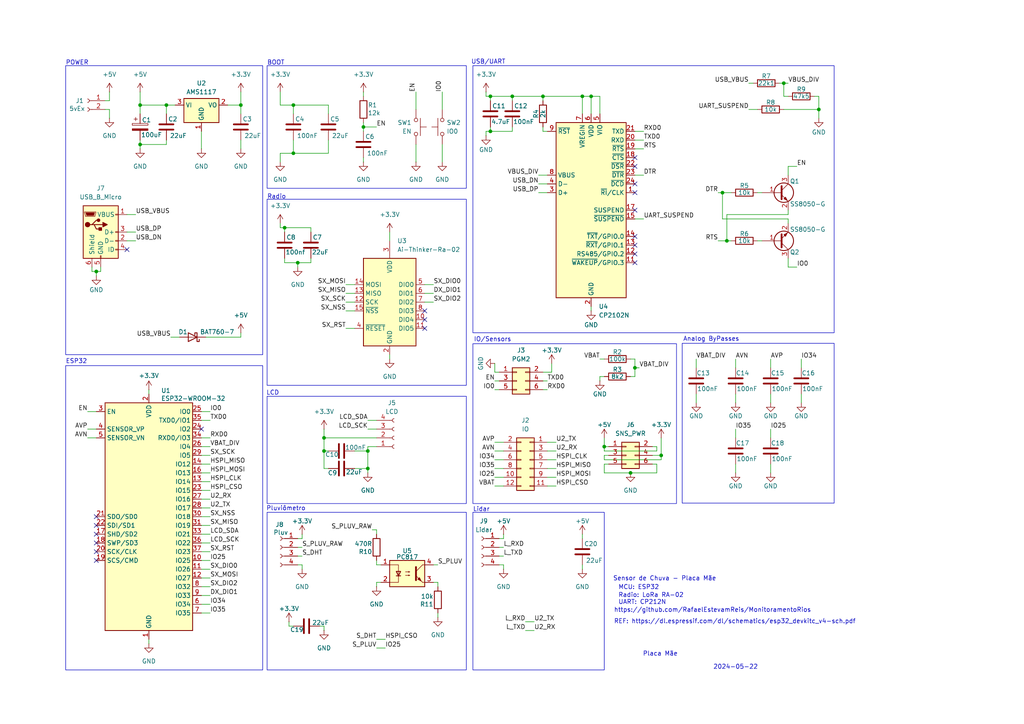
<source format=kicad_sch>
(kicad_sch (version 20231120) (generator "eeschema") (generator_version "8.0")
  (paper "A4")
  (junction (at 69.85 30.48))
  (junction (at 40.64 41.91))
  (junction (at 191.77 132.08))
  (junction (at 175.26 129.54))
  (junction (at 142.24 27.94))
  (junction (at 85.09 30.48))
  (junction (at 209.55 55.88))
  (junction (at 148.59 27.94))
  (junction (at 48.26 30.48))
  (junction (at 93.98 130.81))
  (junction (at 106.68 135.89))
  (junction (at 106.68 130.81))
  (junction (at 237.49 31.75))
  (junction (at 184.15 106.68))
  (junction (at 27.94 78.74))
  (junction (at 182.88 137.16))
  (junction (at 168.91 27.94))
  (junction (at 82.55 66.04))
  (junction (at 105.41 36.83))
  (junction (at 171.45 27.94))
  (junction (at 85.09 44.45))
  (junction (at 157.48 27.94))
  (junction (at 40.64 30.48))
  (junction (at 210.82 69.85))
  (junction (at 93.98 127))
  (junction (at 227.33 24.13))
  (junction (at 142.24 38.1))
  (junction (at 86.36 76.2))
  (no_connect (at 123.19 92.71))
  (no_connect (at 184.15 55.88))
  (no_connect (at 123.19 95.25))
  (no_connect (at 27.94 160.02))
  (no_connect (at 27.94 149.86))
  (no_connect (at 184.15 71.12))
  (no_connect (at 27.94 162.56))
  (no_connect (at 184.15 76.2))
  (no_connect (at 184.15 53.34))
  (no_connect (at 27.94 152.4))
  (no_connect (at 184.15 45.72))
  (no_connect (at 184.15 68.58))
  (no_connect (at 27.94 157.48))
  (no_connect (at 184.15 73.66))
  (no_connect (at 58.42 124.46))
  (no_connect (at 27.94 154.94))
  (no_connect (at 184.15 60.96))
  (no_connect (at 184.15 48.26))
  (no_connect (at 36.83 72.39))
  (no_connect (at 123.19 90.17))
  (wire (pts (xy 81.28 26.67) (xy 81.28 30.48)))
  (wire (pts (xy 127 177.8) (xy 127 179.07)))
  (wire (pts (xy 58.42 147.32) (xy 60.96 147.32)))
  (wire (pts (xy 93.98 130.81) (xy 93.98 127)))
  (wire (pts (xy 58.42 142.24) (xy 60.96 142.24)))
  (wire (pts (xy 106.68 124.46) (xy 109.22 124.46)))
  (wire (pts (xy 66.04 30.48) (xy 69.85 30.48)))
  (wire (pts (xy 100.33 85.09) (xy 102.87 85.09)))
  (wire (pts (xy 184.15 43.18) (xy 186.69 43.18)))
  (wire (pts (xy 106.68 129.54) (xy 109.22 129.54)))
  (wire (pts (xy 48.26 40.64) (xy 48.26 41.91)))
  (wire (pts (xy 123.19 87.63) (xy 125.73 87.63)))
  (wire (pts (xy 93.98 130.81) (xy 95.25 130.81)))
  (wire (pts (xy 175.26 127) (xy 175.26 129.54)))
  (wire (pts (xy 175.26 137.16) (xy 182.88 137.16)))
  (wire (pts (xy 160.02 107.95) (xy 157.48 107.95)))
  (wire (pts (xy 148.59 38.1) (xy 148.59 36.83)))
  (wire (pts (xy 143.51 113.03) (xy 144.78 113.03)))
  (wire (pts (xy 86.36 76.2) (xy 86.36 77.47)))
  (wire (pts (xy 100.33 82.55) (xy 102.87 82.55)))
  (wire (pts (xy 140.97 39.37) (xy 140.97 38.1)))
  (wire (pts (xy 125.73 168.91) (xy 127 168.91)))
  (wire (pts (xy 59.69 97.79) (xy 69.85 97.79)))
  (wire (pts (xy 140.97 38.1) (xy 142.24 38.1)))
  (wire (pts (xy 58.42 119.38) (xy 60.96 119.38)))
  (wire (pts (xy 106.68 130.81) (xy 106.68 129.54)))
  (wire (pts (xy 58.42 172.72) (xy 60.96 172.72)))
  (wire (pts (xy 83.82 181.61) (xy 85.09 181.61)))
  (wire (pts (xy 81.28 46.99) (xy 81.28 44.45)))
  (wire (pts (xy 58.42 139.7) (xy 60.96 139.7)))
  (wire (pts (xy 58.42 175.26) (xy 60.96 175.26)))
  (wire (pts (xy 143.51 128.27) (xy 146.05 128.27)))
  (wire (pts (xy 236.22 27.94) (xy 237.49 27.94)))
  (wire (pts (xy 182.88 137.16) (xy 190.5 137.16)))
  (wire (pts (xy 58.42 167.64) (xy 60.96 167.64)))
  (wire (pts (xy 102.87 135.89) (xy 106.68 135.89)))
  (wire (pts (xy 58.42 152.4) (xy 60.96 152.4)))
  (wire (pts (xy 113.03 102.87) (xy 113.03 104.14)))
  (wire (pts (xy 109.22 168.91) (xy 110.49 168.91)))
  (wire (pts (xy 171.45 27.94) (xy 168.91 27.94)))
  (wire (pts (xy 227.33 24.13) (xy 228.6 24.13)))
  (wire (pts (xy 148.59 27.94) (xy 148.59 29.21)))
  (wire (pts (xy 158.75 133.35) (xy 161.29 133.35)))
  (wire (pts (xy 223.52 114.3) (xy 223.52 116.84)))
  (wire (pts (xy 227.33 31.75) (xy 237.49 31.75)))
  (wire (pts (xy 143.51 105.41) (xy 143.51 107.95)))
  (wire (pts (xy 58.42 149.86) (xy 60.96 149.86)))
  (wire (pts (xy 102.87 130.81) (xy 106.68 130.81)))
  (wire (pts (xy 143.51 138.43) (xy 146.05 138.43)))
  (wire (pts (xy 190.5 130.81) (xy 175.26 130.81)))
  (wire (pts (xy 213.36 134.62) (xy 213.36 137.16)))
  (wire (pts (xy 152.4 180.34) (xy 154.94 180.34)))
  (wire (pts (xy 171.45 33.02) (xy 171.45 27.94)))
  (wire (pts (xy 58.42 38.1) (xy 58.42 43.18)))
  (wire (pts (xy 228.6 64.77) (xy 228.6 63.5)))
  (wire (pts (xy 31.75 29.21) (xy 31.75 26.67)))
  (wire (pts (xy 217.17 31.75) (xy 219.71 31.75)))
  (wire (pts (xy 105.41 45.72) (xy 105.41 46.99)))
  (wire (pts (xy 120.65 41.91) (xy 120.65 46.99)))
  (wire (pts (xy 237.49 31.75) (xy 237.49 34.29)))
  (wire (pts (xy 40.64 26.67) (xy 40.64 30.48)))
  (wire (pts (xy 208.28 69.85) (xy 210.82 69.85)))
  (wire (pts (xy 228.6 48.26) (xy 228.6 50.8)))
  (wire (pts (xy 58.42 154.94) (xy 60.96 154.94)))
  (wire (pts (xy 173.99 27.94) (xy 171.45 27.94)))
  (wire (pts (xy 82.55 66.04) (xy 90.17 66.04)))
  (wire (pts (xy 184.15 50.8) (xy 186.69 50.8)))
  (wire (pts (xy 226.06 24.13) (xy 227.33 24.13)))
  (wire (pts (xy 100.33 90.17) (xy 102.87 90.17)))
  (wire (pts (xy 223.52 134.62) (xy 223.52 137.16)))
  (wire (pts (xy 157.48 113.03) (xy 158.75 113.03)))
  (wire (pts (xy 95.25 30.48) (xy 95.25 33.02)))
  (wire (pts (xy 106.68 135.89) (xy 106.68 130.81)))
  (wire (pts (xy 227.33 24.13) (xy 227.33 27.94)))
  (wire (pts (xy 81.28 44.45) (xy 85.09 44.45)))
  (wire (pts (xy 143.51 110.49) (xy 144.78 110.49)))
  (wire (pts (xy 113.03 67.31) (xy 113.03 69.85)))
  (wire (pts (xy 109.22 170.18) (xy 109.22 168.91)))
  (wire (pts (xy 27.94 78.74) (xy 29.21 78.74)))
  (wire (pts (xy 210.82 62.23) (xy 210.82 69.85)))
  (wire (pts (xy 93.98 182.88) (xy 93.98 181.61)))
  (wire (pts (xy 208.28 55.88) (xy 209.55 55.88)))
  (wire (pts (xy 58.42 157.48) (xy 60.96 157.48)))
  (wire (pts (xy 109.22 185.42) (xy 111.76 185.42)))
  (wire (pts (xy 142.24 27.94) (xy 142.24 29.21)))
  (wire (pts (xy 223.52 104.14) (xy 223.52 106.68)))
  (wire (pts (xy 232.41 104.14) (xy 232.41 106.68)))
  (wire (pts (xy 30.48 29.21) (xy 31.75 29.21)))
  (wire (pts (xy 201.93 114.3) (xy 201.93 116.84)))
  (wire (pts (xy 58.42 137.16) (xy 60.96 137.16)))
  (wire (pts (xy 48.26 30.48) (xy 50.8 30.48)))
  (wire (pts (xy 58.42 134.62) (xy 60.96 134.62)))
  (wire (pts (xy 213.36 124.46) (xy 213.36 127)))
  (wire (pts (xy 109.22 153.67) (xy 109.22 154.94)))
  (wire (pts (xy 168.91 154.94) (xy 168.91 156.21)))
  (wire (pts (xy 106.68 121.92) (xy 109.22 121.92)))
  (wire (pts (xy 87.63 163.83) (xy 87.63 165.1)))
  (wire (pts (xy 85.09 44.45) (xy 95.25 44.45)))
  (wire (pts (xy 105.41 27.94) (xy 105.41 26.67)))
  (wire (pts (xy 43.18 185.42) (xy 43.18 186.69)))
  (wire (pts (xy 175.26 133.35) (xy 191.77 133.35)))
  (wire (pts (xy 175.26 132.08) (xy 175.26 133.35)))
  (wire (pts (xy 109.22 187.96) (xy 111.76 187.96)))
  (wire (pts (xy 69.85 30.48) (xy 69.85 33.02)))
  (wire (pts (xy 176.53 134.62) (xy 175.26 134.62)))
  (wire (pts (xy 175.26 130.81) (xy 175.26 129.54)))
  (wire (pts (xy 95.25 44.45) (xy 95.25 40.64)))
  (wire (pts (xy 69.85 26.67) (xy 69.85 30.48)))
  (wire (pts (xy 109.22 163.83) (xy 109.22 162.56)))
  (wire (pts (xy 182.88 104.14) (xy 184.15 104.14)))
  (wire (pts (xy 123.19 82.55) (xy 125.73 82.55)))
  (wire (pts (xy 105.41 36.83) (xy 109.22 36.83)))
  (wire (pts (xy 148.59 27.94) (xy 157.48 27.94)))
  (wire (pts (xy 85.09 30.48) (xy 95.25 30.48)))
  (wire (pts (xy 85.09 40.64) (xy 85.09 44.45)))
  (wire (pts (xy 157.48 36.83) (xy 157.48 38.1)))
  (wire (pts (xy 175.26 134.62) (xy 175.26 137.16)))
  (wire (pts (xy 142.24 36.83) (xy 142.24 38.1)))
  (wire (pts (xy 93.98 127) (xy 109.22 127)))
  (wire (pts (xy 69.85 97.79) (xy 69.85 96.52)))
  (wire (pts (xy 31.75 31.75) (xy 31.75 34.29)))
  (wire (pts (xy 217.17 24.13) (xy 218.44 24.13)))
  (wire (pts (xy 26.67 78.74) (xy 27.94 78.74)))
  (wire (pts (xy 158.75 135.89) (xy 161.29 135.89)))
  (wire (pts (xy 157.48 38.1) (xy 158.75 38.1)))
  (wire (pts (xy 219.71 55.88) (xy 220.98 55.88)))
  (wire (pts (xy 69.85 40.64) (xy 69.85 43.18)))
  (wire (pts (xy 27.94 78.74) (xy 27.94 80.01)))
  (wire (pts (xy 58.42 177.8) (xy 60.96 177.8)))
  (wire (pts (xy 156.21 53.34) (xy 158.75 53.34)))
  (wire (pts (xy 184.15 63.5) (xy 186.69 63.5)))
  (wire (pts (xy 143.51 135.89) (xy 146.05 135.89)))
  (wire (pts (xy 123.19 85.09) (xy 125.73 85.09)))
  (wire (pts (xy 40.64 33.02) (xy 40.64 30.48)))
  (wire (pts (xy 58.42 170.18) (xy 60.96 170.18)))
  (wire (pts (xy 237.49 27.94) (xy 237.49 31.75)))
  (wire (pts (xy 58.42 160.02) (xy 60.96 160.02)))
  (wire (pts (xy 93.98 135.89) (xy 95.25 135.89)))
  (wire (pts (xy 100.33 95.25) (xy 102.87 95.25)))
  (wire (pts (xy 156.21 55.88) (xy 158.75 55.88)))
  (wire (pts (xy 231.14 48.26) (xy 228.6 48.26)))
  (wire (pts (xy 140.97 27.94) (xy 142.24 27.94)))
  (wire (pts (xy 160.02 105.41) (xy 160.02 107.95)))
  (wire (pts (xy 85.09 30.48) (xy 85.09 33.02)))
  (wire (pts (xy 184.15 38.1) (xy 186.69 38.1)))
  (wire (pts (xy 140.97 27.94) (xy 140.97 26.67)))
  (wire (pts (xy 36.83 67.31) (xy 39.37 67.31)))
  (wire (pts (xy 228.6 77.47) (xy 231.14 77.47)))
  (wire (pts (xy 25.4 124.46) (xy 27.94 124.46)))
  (wire (pts (xy 223.52 124.46) (xy 223.52 127)))
  (wire (pts (xy 58.42 162.56) (xy 60.96 162.56)))
  (wire (pts (xy 58.42 127) (xy 60.96 127)))
  (wire (pts (xy 25.4 127) (xy 27.94 127)))
  (wire (pts (xy 43.18 113.03) (xy 43.18 114.3)))
  (wire (pts (xy 36.83 62.23) (xy 39.37 62.23)))
  (wire (pts (xy 156.21 50.8) (xy 158.75 50.8)))
  (wire (pts (xy 189.23 129.54) (xy 190.5 129.54)))
  (wire (pts (xy 228.6 60.96) (xy 228.6 62.23)))
  (wire (pts (xy 87.63 156.21) (xy 86.36 156.21)))
  (wire (pts (xy 176.53 132.08) (xy 175.26 132.08)))
  (wire (pts (xy 184.15 106.68) (xy 185.42 106.68)))
  (wire (pts (xy 105.41 35.56) (xy 105.41 36.83)))
  (wire (pts (xy 128.27 26.67) (xy 128.27 31.75)))
  (wire (pts (xy 213.36 114.3) (xy 213.36 116.84)))
  (wire (pts (xy 175.26 129.54) (xy 176.53 129.54)))
  (wire (pts (xy 86.36 163.83) (xy 87.63 163.83)))
  (wire (pts (xy 120.65 26.67) (xy 120.65 31.75)))
  (wire (pts (xy 83.82 180.34) (xy 83.82 181.61)))
  (wire (pts (xy 93.98 181.61) (xy 92.71 181.61)))
  (wire (pts (xy 49.53 97.79) (xy 52.07 97.79)))
  (wire (pts (xy 100.33 87.63) (xy 102.87 87.63)))
  (wire (pts (xy 82.55 76.2) (xy 86.36 76.2)))
  (wire (pts (xy 173.99 109.22) (xy 175.26 109.22)))
  (wire (pts (xy 26.67 77.47) (xy 26.67 78.74)))
  (wire (pts (xy 201.93 104.14) (xy 201.93 106.68)))
  (wire (pts (xy 228.6 63.5) (xy 209.55 63.5)))
  (wire (pts (xy 40.64 30.48) (xy 48.26 30.48)))
  (wire (pts (xy 87.63 154.94) (xy 87.63 156.21)))
  (wire (pts (xy 158.75 128.27) (xy 161.29 128.27)))
  (wire (pts (xy 93.98 124.46) (xy 93.98 127)))
  (wire (pts (xy 143.51 140.97) (xy 146.05 140.97)))
  (wire (pts (xy 219.71 69.85) (xy 220.98 69.85)))
  (wire (pts (xy 36.83 69.85) (xy 39.37 69.85)))
  (wire (pts (xy 209.55 63.5) (xy 209.55 55.88)))
  (wire (pts (xy 212.09 69.85) (xy 210.82 69.85)))
  (wire (pts (xy 190.5 134.62) (xy 189.23 134.62)))
  (wire (pts (xy 58.42 121.92) (xy 60.96 121.92)))
  (wire (pts (xy 184.15 40.64) (xy 186.69 40.64)))
  (wire (pts (xy 107.95 153.67) (xy 109.22 153.67)))
  (wire (pts (xy 171.45 88.9) (xy 171.45 90.17)))
  (wire (pts (xy 40.64 41.91) (xy 40.64 43.18)))
  (wire (pts (xy 144.78 158.75) (xy 146.05 158.75)))
  (wire (pts (xy 142.24 38.1) (xy 148.59 38.1)))
  (wire (pts (xy 228.6 74.93) (xy 228.6 77.47)))
  (wire (pts (xy 110.49 163.83) (xy 109.22 163.83)))
  (wire (pts (xy 30.48 31.75) (xy 31.75 31.75)))
  (wire (pts (xy 157.48 110.49) (xy 158.75 110.49)))
  (wire (pts (xy 86.36 158.75) (xy 87.63 158.75)))
  (wire (pts (xy 48.26 30.48) (xy 48.26 33.02)))
  (wire (pts (xy 213.36 104.14) (xy 213.36 106.68)))
  (wire (pts (xy 143.51 130.81) (xy 146.05 130.81)))
  (wire (pts (xy 29.21 78.74) (xy 29.21 77.47)))
  (wire (pts (xy 81.28 30.48) (xy 85.09 30.48)))
  (wire (pts (xy 93.98 135.89) (xy 93.98 130.81)))
  (wire (pts (xy 152.4 182.88) (xy 154.94 182.88)))
  (wire (pts (xy 184.15 109.22) (xy 182.88 109.22)))
  (wire (pts (xy 144.78 161.29) (xy 146.05 161.29)))
  (wire (pts (xy 90.17 66.04) (xy 90.17 67.31)))
  (wire (pts (xy 146.05 156.21) (xy 146.05 154.94)))
  (wire (pts (xy 190.5 129.54) (xy 190.5 130.81)))
  (wire (pts (xy 81.28 64.77) (xy 81.28 66.04)))
  (wire (pts (xy 127 168.91) (xy 127 170.18)))
  (wire (pts (xy 173.99 109.22) (xy 173.99 110.49)))
  (wire (pts (xy 227.33 27.94) (xy 228.6 27.94)))
  (wire (pts (xy 40.64 40.64) (xy 40.64 41.91)))
  (wire (pts (xy 125.73 163.83) (xy 127 163.83)))
  (wire (pts (xy 144.78 156.21) (xy 146.05 156.21)))
  (wire (pts (xy 228.6 62.23) (xy 210.82 62.23)))
  (wire (pts (xy 184.15 106.68) (xy 184.15 109.22)))
  (wire (pts (xy 173.99 33.02) (xy 173.99 27.94)))
  (wire (pts (xy 168.91 33.02) (xy 168.91 27.94)))
  (wire (pts (xy 209.55 55.88) (xy 212.09 55.88)))
  (wire (pts (xy 190.5 137.16) (xy 190.5 134.62)))
  (wire (pts (xy 128.27 41.91) (xy 128.27 46.99)))
  (wire (pts (xy 25.4 119.38) (xy 27.94 119.38)))
  (wire (pts (xy 40.64 41.91) (xy 48.26 41.91)))
  (wire (pts (xy 143.51 133.35) (xy 146.05 133.35)))
  (wire (pts (xy 86.36 161.29) (xy 87.63 161.29)))
  (wire (pts (xy 173.99 104.14) (xy 175.26 104.14)))
  (wire (pts (xy 82.55 67.31) (xy 82.55 66.04)))
  (wire (pts (xy 191.77 133.35) (xy 191.77 132.08)))
  (wire (pts (xy 168.91 163.83) (xy 168.91 165.1)))
  (wire (pts (xy 143.51 107.95) (xy 144.78 107.95)))
  (wire (pts (xy 106.68 137.16) (xy 106.68 135.89)))
  (wire (pts (xy 58.42 144.78) (xy 60.96 144.78)))
  (wire (pts (xy 146.05 163.83) (xy 146.05 165.1)))
  (wire (pts (xy 142.24 27.94) (xy 148.59 27.94)))
  (wire (pts (xy 144.78 163.83) (xy 146.05 163.83)))
  (wire (pts (xy 105.41 36.83) (xy 105.41 38.1)))
  (wire (pts (xy 158.75 138.43) (xy 161.29 138.43)))
  (wire (pts (xy 158.75 130.81) (xy 161.29 130.81)))
  (wire (pts (xy 157.48 27.94) (xy 168.91 27.94)))
  (wire (pts (xy 82.55 74.93) (xy 82.55 76.2)))
  (wire (pts (xy 58.42 129.54) (xy 60.96 129.54)))
  (wire (pts (xy 158.75 140.97) (xy 161.29 140.97)))
  (wire (pts (xy 81.28 66.04) (xy 82.55 66.04)))
  (wire (pts (xy 232.41 114.3) (xy 232.41 116.84)))
  (wire (pts (xy 90.17 76.2) (xy 90.17 74.93)))
  (wire (pts (xy 184.15 104.14) (xy 184.15 106.68)))
  (wire (pts (xy 58.42 165.1) (xy 60.96 165.1)))
  (wire (pts (xy 58.42 132.08) (xy 60.96 132.08)))
  (wire (pts (xy 191.77 127) (xy 191.77 132.08)))
  (wire (pts (xy 86.36 76.2) (xy 90.17 76.2)))
  (wire (pts (xy 157.48 27.94) (xy 157.48 29.21)))
  (wire (pts (xy 191.77 132.08) (xy 189.23 132.08)))
  (rectangle (start 77.47 148.59) (end 135.255 194.31))
  (rectangle (start 77.47 114.935) (end 135.255 146.05))
  (rectangle (start 77.47 19.05) (end 135.255 54.61))
  (rectangle (start 19.05 106.045) (end 76.2 194.31))
  (rectangle (start 137.16 99.695) (end 196.215 146.05))
  (rectangle (start 137.16 148.59) (end 175.26 194.31))
  (rectangle (start 19.05 19.05) (end 76.2 102.87))
  (rectangle (start 197.866 99.568) (end 241.935 145.923))
  (rectangle (start 137.16 19.05) (end 241.935 96.52))
  (rectangle (start 77.47 57.785) (end 135.255 111.76))
  (text "IO/Sensors" (at 137.414 98.552 0) (effects (font (size 1.27 1.27)) (justify left)))
  (text "BOOT" (at 77.47 18.288 0) (effects (font (size 1.27 1.27)) (justify left)))
  (text "Pluviômetro" (at 77.216 147.574 0) (effects (font (size 1.27 1.27)) (justify left)))
  (text "Lidar" (at 137.16 147.828 0) (effects (font (size 1.27 1.27)) (justify left)))
  (text "Placa Mãe" (at 191.516 189.738 0) (effects (font (size 1.27 1.27))))
  (text "https://github.com/RafaelEstevamReis/MonitoramentoRios" (at 178.054 177.038 0) (effects (font (size 1.27 1.27)) (justify left)))
  (text "2024-05-22" (at 213.36 193.548 0) (effects (font (size 1.27 1.27))))
  (text "LCD" (at 77.216 114.046 0) (effects (font (size 1.27 1.27)) (justify left)))
  (text "Radio: LoRa RA-02" (at 179.324 172.72 0) (effects (font (size 1.27 1.27)) (justify left)))
  (text "Analog ByPasses" (at 198.12 98.425 0) (effects (font (size 1.27 1.27)) (justify left)))
  (text "UART: CP212N" (at 179.324 174.752 0) (effects (font (size 1.27 1.27)) (justify left)))
  (text "Radio" (at 77.47 57.15 0) (effects (font (size 1.27 1.27)) (justify left)))
  (text "MCU: ESP32" (at 179.324 170.434 0) (effects (font (size 1.27 1.27)) (justify left)))
  (text "USB/UART" (at 136.652 18.034 0) (effects (font (size 1.27 1.27)) (justify left)))
  (text "Sensor de Chuva - Placa Mãe" (at 177.8 167.894 0) (effects (font (size 1.27 1.27)) (justify left)))
  (text "POWER" (at 19.05 18.288 0) (effects (font (size 1.27 1.27)) (justify left)))
  (text "ESP32" (at 19.05 104.902 0) (effects (font (size 1.27 1.27)) (justify left)))
  (text "REF: https://dl.espressif.com/dl/schematics/esp32_devkitc_v4-sch.pdf" (at 178.054 180.34 0) (effects (font (size 1.27 1.27)) (justify left)))
  (label "USB_VBUS" (at 39.37 62.23 0))
  (label "LCD_SDA" (at 60.96 154.94 0))
  (label "SX_MOSI" (at 60.96 167.64 0))
  (label "RXD0" (at 60.96 127 0))
  (label "S_PLUV" (at 109.22 187.96 180))
  (label "DTR" (at 186.69 50.8 0))
  (label "U2_TX" (at 154.94 180.34 0))
  (label "IO34" (at 60.96 175.26 0))
  (label "IO35" (at 60.96 177.8 0))
  (label "IO0" (at 128.27 26.67 90))
  (label "UART_SUSPEND" (at 186.69 63.5 0))
  (label "S_PLUV" (at 127 163.83 0))
  (label "SX_MISO" (at 60.96 152.4 0))
  (label "AVP" (at 223.52 104.14 0))
  (label "HSPI_CLK" (at 161.29 133.35 0))
  (label "U2_TX" (at 161.29 128.27 0))
  (label "LCD_SDA" (at 106.68 121.92 180))
  (label "DX_DIO1" (at 125.73 85.09 0))
  (label "HSPI_MOSI" (at 60.96 137.16 0))
  (label "SX_SCK" (at 100.33 87.63 180))
  (label "SX_DIO2" (at 125.73 87.63 0))
  (label "USB_DP" (at 156.21 55.88 180))
  (label "SX_SCK" (at 60.96 132.08 0))
  (label "SX_RST" (at 100.33 95.25 180))
  (label "IO0" (at 60.96 119.38 0))
  (label "HSPI_MOSI" (at 161.29 138.43 0))
  (label "SX_NSS" (at 100.33 90.17 180))
  (label "IO25" (at 223.52 124.46 0))
  (label "L_RXD" (at 152.4 180.34 180))
  (label "TXD0" (at 186.69 40.64 0))
  (label "AVN" (at 25.4 127 180))
  (label "TXD0" (at 158.75 110.49 0))
  (label "EN" (at 25.4 119.38 180))
  (label "IO0" (at 143.51 113.03 180))
  (label "USB_DN" (at 156.21 53.34 180))
  (label "IO25" (at 143.51 138.43 180))
  (label "S_DHT" (at 109.22 185.42 180))
  (label "U2_RX" (at 161.29 130.81 0))
  (label "U2_RX" (at 154.94 182.88 0))
  (label "USB_DN" (at 39.37 69.85 0))
  (label "VBUS_DIV" (at 228.6 24.13 0))
  (label "SX_RST" (at 60.96 160.02 0))
  (label "RTS" (at 208.28 69.85 180))
  (label "AVP" (at 25.4 124.46 180))
  (label "HSPI_CSO" (at 111.76 185.42 0))
  (label "VBAT_DIV" (at 201.93 104.14 0))
  (label "IO25" (at 60.96 162.56 0))
  (label "AVP" (at 143.51 128.27 180))
  (label "LCD_SCK" (at 60.96 157.48 0))
  (label "EN" (at 109.22 36.83 0))
  (label "AVN" (at 143.51 130.81 180))
  (label "USB_DP" (at 39.37 67.31 0))
  (label "UART_SUSPEND" (at 217.17 31.75 180))
  (label "RXD0" (at 158.75 113.03 0))
  (label "HSPI_CSO" (at 161.29 140.97 0))
  (label "SX_MOSI" (at 100.33 82.55 180))
  (label "VBAT" (at 143.51 140.97 180))
  (label "VBAT" (at 173.99 104.14 180))
  (label "VBAT_DIV" (at 185.42 106.68 0))
  (label "IO34" (at 232.41 104.14 0))
  (label "EN" (at 231.14 48.26 0))
  (label "RTS" (at 186.69 43.18 0))
  (label "IO0" (at 231.14 77.47 0))
  (label "S_PLUV_RAW" (at 87.63 158.75 0))
  (label "SX_DIO0" (at 60.96 165.1 0))
  (label "U2_TX" (at 60.96 147.32 0))
  (label "EN" (at 120.65 26.67 90))
  (label "HSPI_CLK" (at 60.96 139.7 0))
  (label "VBAT_DIV" (at 60.96 129.54 0))
  (label "DX_DIO1" (at 60.96 172.72 0))
  (label "L_TXD" (at 152.4 182.88 180))
  (label "IO35" (at 213.36 124.46 0))
  (label "SX_DIO2" (at 60.96 170.18 0))
  (label "S_DHT" (at 87.63 161.29 0))
  (label "USB_VBUS" (at 217.17 24.13 180))
  (label "L_TXD" (at 146.05 161.29 0))
  (label "IO34" (at 143.51 133.35 180))
  (label "SX_MISO" (at 100.33 85.09 180))
  (label "VBUS_DIV" (at 156.21 50.8 180))
  (label "HSPI_CSO" (at 60.96 142.24 0))
  (label "LCD_SCK" (at 106.68 124.46 180))
  (label "U2_RX" (at 60.96 144.78 0))
  (label "IO35" (at 143.51 135.89 180))
  (label "SX_NSS" (at 60.96 149.86 0))
  (label "EN" (at 143.51 110.49 180))
  (label "HSPI_MISO" (at 161.29 135.89 0))
  (label "S_PLUV_RAW" (at 107.95 153.67 180))
  (label "AVN" (at 213.36 104.14 0))
  (label "L_RXD" (at 146.05 158.75 0))
  (label "RXD0" (at 186.69 38.1 0))
  (label "USB_VBUS" (at 49.53 97.79 180))
  (label "IO25" (at 111.76 187.96 0))
  (label "HSPI_MISO" (at 60.96 134.62 0))
  (label "TXD0" (at 60.96 121.92 0))
  (label "DTR" (at 208.28 55.88 180))
  (label "SX_DIO0" (at 125.73 82.55 0))
  (symbol (lib_id "Device:R") (at 215.9 55.88 90) (unit 1)
    (property "Reference" "R5" (at 215.9 53.848 90))
    (property "Value" "10k" (at 215.9 55.88 90))
    (property "Footprint" "Resistor_SMD:R_0805_2012Metric_Pad1.20x1.40mm_HandSolder" (effects (hide yes)))
    (property "Description" "Resistor" (effects (hide yes)))
  )
  (symbol (lib_id "Device:C") (at 223.52 130.81 180) (unit 1)
    (property "Reference" "C18" (at 225.552 128.524 0))
    (property "Value" "100nF" (at 226.822 133.096 0))
    (property "Footprint" "Capacitor_SMD:C_0805_2012Metric_Pad1.18x1.45mm_HandSolder" (effects (hide yes)))
    (property "Description" "Unpolarized capacitor" (effects (hide yes)))
  )
  (symbol (lib_id "power:GND") (at 40.64 43.18 0) (unit 1)
    (property "Reference" "#PWR05" (effects (hide yes)))
    (property "Value" "GND" (at 40.64 48.26 0))
    (property "Description" "Power symbol creates a global label with name \"GND\" , ground" (effects (hide yes)))
  )
  (symbol (lib_id "power:+5V") (at 146.05 154.94 0) (unit 1)
    (property "Reference" "#PWR046" (effects (hide yes)))
    (property "Value" "+5V" (at 146.05 151.13 0))
    (property "Description" "Power symbol creates a global label with name \"+5V\"" (effects (hide yes)))
  )
  (symbol (lib_id "power:+3.3V") (at 69.85 26.67 0) (mirror y) (unit 1)
    (property "Reference" "#PWR039" (effects (hide yes)))
    (property "Value" "+3.3V" (at 69.85 21.59 0))
    (property "Description" "Power symbol creates a global label with name \"+3.3V\"" (effects (hide yes)))
  )
  (symbol (lib_id "Device:R") (at 232.41 27.94 90) (unit 1)
    (property "Reference" "R9" (at 232.41 25.908 90))
    (property "Value" "47k5" (at 232.41 27.94 90))
    (property "Footprint" "Resistor_SMD:R_0805_2012Metric_Pad1.20x1.40mm_HandSolder" (effects (hide yes)))
    (property "Description" "Resistor" (effects (hide yes)))
  )
  (symbol (lib_id "Device:Q_NPN_BEC") (at 226.06 69.85 0) (mirror x) (unit 1)
    (property "Reference" "Q2" (at 229.108 73.152 0) (effects (justify left)))
    (property "Value" "SS8050-G" (at 229.108 66.548 0) (effects (justify left)))
    (property "Footprint" "Package_TO_SOT_SMD:SOT-23" (effects (hide yes)))
    (property "Datasheet" "https://www.mouser.com/datasheet/2/80/SS8050_G_RevA181526-2506539.pdf" (effects (hide yes)))
    (property "Description" "NPN transistor, base/emitter/collector" (effects (hide yes)))
  )
  (symbol (lib_id "Device:R") (at 127 173.99 180) (unit 1)
    (property "Reference" "R11" (at 125.73 175.26 0) (effects (justify left)))
    (property "Value" "10k" (at 125.73 172.974 0) (effects (justify left)))
    (property "Footprint" "Resistor_SMD:R_0805_2012Metric_Pad1.20x1.40mm_HandSolder" (effects (hide yes)))
    (property "Description" "Resistor" (effects (hide yes)))
  )
  (symbol (lib_id "power:GND") (at 87.63 165.1 0) (unit 1)
    (property "Reference" "#PWR041" (effects (hide yes)))
    (property "Value" "GND" (at 87.63 170.18 0))
    (property "Description" "Power symbol creates a global label with name \"GND\" , ground" (effects (hide yes)))
  )
  (symbol (lib_id "power:GND") (at 109.22 170.18 0) (unit 1)
    (property "Reference" "#PWR044" (effects (hide yes)))
    (property "Value" "GND" (at 109.22 175.26 0))
    (property "Description" "Power symbol creates a global label with name \"GND\" , ground" (effects (hide yes)))
  )
  (symbol (lib_id "power:GND") (at 93.98 182.88 0) (unit 1)
    (property "Reference" "#PWR043" (effects (hide yes)))
    (property "Value" "GND" (at 93.98 187.96 0))
    (property "Description" "Power symbol creates a global label with name \"GND\" , ground" (effects (hide yes)))
  )
  (symbol (lib_id "power:GND") (at 213.36 137.16 0) (unit 1)
    (property "Reference" "#PWR037" (effects (hide yes)))
    (property "Value" "GND" (at 213.36 140.97 0))
    (property "Description" "Power symbol creates a global label with name \"GND\" , ground" (effects (hide yes)))
  )
  (symbol (lib_id "power:GND") (at 223.52 116.84 0) (unit 1)
    (property "Reference" "#PWR035" (effects (hide yes)))
    (property "Value" "GND" (at 223.52 120.65 0))
    (property "Description" "Power symbol creates a global label with name \"GND\" , ground" (effects (hide yes)))
  )
  (symbol (lib_id "Connector:Conn_01x02_Socket") (at 25.4 29.21 0) (mirror y) (unit 1)
    (property "Reference" "J1" (at 23.114 29.21 0))
    (property "Value" "5vEx" (at 22.352 31.496 0))
    (property "Footprint" "TerminalBlock_Phoenix:TerminalBlock_Phoenix_MKDS-1,5-2-5.08_1x02_P5.08mm_Horizontal" (effects (hide yes)))
    (property "Description" "Generic connector, single row, 01x02, script generated" (effects (hide yes)))
  )
  (symbol (lib_id "power:GND") (at 128.27 46.99 0) (unit 1)
    (property "Reference" "#PWR027" (effects (hide yes)))
    (property "Value" "GND" (at 128.27 52.07 0))
    (property "Description" "Power symbol creates a global label with name \"GND\" , ground" (effects (hide yes)))
  )
  (symbol (lib_id "Device:C") (at 213.36 110.49 180) (unit 1)
    (property "Reference" "C14" (at 215.392 108.204 0))
    (property "Value" "100nF" (at 216.662 112.776 0))
    (property "Footprint" "Capacitor_SMD:C_0805_2012Metric_Pad1.18x1.45mm_HandSolder" (effects (hide yes)))
    (property "Description" "Unpolarized capacitor" (effects (hide yes)))
  )
  (symbol (lib_id "Device:C") (at 85.09 36.83 0) (unit 1)
    (property "Reference" "C4" (at 85.598 34.544 0) (effects (justify left)))
    (property "Value" "100nF" (at 86.106 39.37 0) (effects (justify left)))
    (property "Footprint" "Capacitor_SMD:C_0805_2012Metric_Pad1.18x1.45mm_HandSolder" (effects (hide yes)))
    (property "Description" "Unpolarized capacitor" (effects (hide yes)))
  )
  (symbol (lib_id "power:GND") (at 31.75 34.29 0) (unit 1)
    (property "Reference" "#PWR03" (effects (hide yes)))
    (property "Value" "GND" (at 31.75 39.37 0))
    (property "Description" "Power symbol creates a global label with name \"GND\" , ground" (effects (hide yes)))
  )
  (symbol (lib_id "Connector:Conn_01x04_Socket") (at 139.7 158.75 0) (mirror y) (unit 1)
    (property "Reference" "J9" (at 140.335 151.13 0))
    (property "Value" "Lidar" (at 140.335 153.67 0))
    (property "Footprint" "Connector_JST:JST_PH_B4B-PH-K_1x04_P2.00mm_Vertical" (effects (hide yes)))
    (property "Description" "Generic connector, single row, 01x04, script generated" (effects (hide yes)))
  )
  (symbol (lib_id "power:GND") (at 58.42 43.18 0) (unit 1)
    (property "Reference" "#PWR08" (effects (hide yes)))
    (property "Value" "GND" (at 58.42 48.26 0))
    (property "Description" "Power symbol creates a global label with name \"GND\" , ground" (effects (hide yes)))
  )
  (symbol (lib_id "RF_Module:ESP32-WROOM-32") (at 43.18 149.86 0) (unit 1)
    (property "Reference" "U1" (at 46.736 113.284 0) (effects (justify left)))
    (property "Value" "ESP32-WROOM-32" (at 46.736 115.57 0) (effects (justify left)))
    (property "Footprint" "RF_Module:ESP32-WROOM-32" (effects (hide yes)))
    (property "Datasheet" "https://www.espressif.com/sites/default/files/documentation/esp32-wroom-32_datasheet_en.pdf" (effects (hide yes)))
    (property "Description" "RF Module, ESP32-D0WDQ6 SoC, Wi-Fi 802.11b/g/n, Bluetooth, BLE, 32-bit, 2.7-3.6V, onboard antenna, SMD" (effects (hide yes)))
  )
  (symbol (lib_id "power:GND") (at 213.36 116.84 0) (unit 1)
    (property "Reference" "#PWR034" (effects (hide yes)))
    (property "Value" "GND" (at 213.36 120.65 0))
    (property "Description" "Power symbol creates a global label with name \"GND\" , ground" (effects (hide yes)))
  )
  (symbol (lib_id "Device:C") (at 99.06 135.89 90) (mirror x) (unit 1)
    (property "Reference" "C9" (at 97.79 137.16 90) (effects (justify left)))
    (property "Value" "22uF" (at 105.156 136.906 90) (effects (justify left)))
    (property "Footprint" "Capacitor_SMD:C_1206_3216Metric_Pad1.33x1.80mm_HandSolder" (effects (hide yes)))
    (property "Description" "Unpolarized capacitor" (effects (hide yes)))
  )
  (symbol (lib_id "power:GND") (at 81.28 46.99 0) (unit 1)
    (property "Reference" "#PWR012" (effects (hide yes)))
    (property "Value" "GND" (at 81.28 52.07 0))
    (property "Description" "Power symbol creates a global label with name \"GND\" , ground" (effects (hide yes)))
  )
  (symbol (lib_id "power:+5V") (at 40.64 26.67 0) (unit 1)
    (property "Reference" "#PWR04" (effects (hide yes)))
    (property "Value" "+5V" (at 40.64 21.59 0))
    (property "Description" "Power symbol creates a global label with name \"+5V\"" (effects (hide yes)))
  )
  (symbol (lib_id "power:+3.3V") (at 43.18 113.03 0) (unit 1)
    (property "Reference" "#PWR06" (effects (hide yes)))
    (property "Value" "+3.3V" (at 43.18 108.966 0))
    (property "Description" "Power symbol creates a global label with name \"+3.3V\"" (effects (hide yes)))
  )
  (symbol (lib_id "power:+3.3V") (at 81.28 26.67 0) (unit 1)
    (property "Reference" "#PWR011" (effects (hide yes)))
    (property "Value" "+3.3V" (at 81.28 21.59 0))
    (property "Description" "Power symbol creates a global label with name \"+3.3V\"" (effects (hide yes)))
  )
  (symbol (lib_id "Connector:Conn_01x04_Socket") (at 81.28 158.75 0) (mirror y) (unit 1)
    (property "Reference" "J8" (at 82.296 152.146 0) (effects (justify left)))
    (property "Value" "Pluv" (at 83.566 154.432 0) (effects (justify left)))
    (property "Footprint" "TerminalBlock_Phoenix:TerminalBlock_Phoenix_MKDS-1,5-4-5.08_1x04_P5.08mm_Horizontal" (effects (hide yes)))
    (property "Description" "Generic connector, single row, 01x04, script generated" (effects (hide yes)))
  )
  (symbol (lib_id "power:+3.3V") (at 191.77 127 0) (unit 1)
    (property "Reference" "#PWR028" (effects (hide yes)))
    (property "Value" "+3.3V" (at 191.77 123.19 0))
    (property "Description" "Power symbol creates a global label with name \"+3.3V\"" (effects (hide yes)))
  )
  (symbol (lib_id "power:GND") (at 168.91 165.1 0) (unit 1)
    (property "Reference" "#PWR049" (effects (hide yes)))
    (property "Value" "GND" (at 168.91 170.18 0))
    (property "Description" "Power symbol creates a global label with name \"GND\" , ground" (effects (hide yes)))
  )
  (symbol (lib_id "Device:C") (at 232.41 110.49 180) (unit 1)
    (property "Reference" "C16" (at 234.442 108.204 0))
    (property "Value" "100nF" (at 235.712 112.776 0))
    (property "Footprint" "Capacitor_SMD:C_0805_2012Metric_Pad1.18x1.45mm_HandSolder" (effects (hide yes)))
    (property "Description" "Unpolarized capacitor" (effects (hide yes)))
  )
  (symbol (lib_id "power:+3.3V") (at 87.63 154.94 0) (mirror y) (unit 1)
    (property "Reference" "#PWR040" (effects (hide yes)))
    (property "Value" "+3.3V" (at 87.63 151.13 0))
    (property "Description" "Power symbol creates a global label with name \"+3.3V\"" (effects (hide yes)))
  )
  (symbol (lib_id "Device:C") (at 142.24 33.02 0) (unit 1)
    (property "Reference" "C11" (at 142.748 30.734 0) (effects (justify left)))
    (property "Value" "4.7uF" (at 142.494 35.306 0) (effects (justify left)))
    (property "Footprint" "Capacitor_SMD:C_1206_3216Metric_Pad1.33x1.80mm_HandSolder" (effects (hide yes)))
    (property "Description" "Unpolarized capacitor" (effects (hide yes)))
  )
  (symbol (lib_id "Device:C") (at 69.85 36.83 0) (unit 1)
    (property "Reference" "C3" (at 70.358 34.544 0) (effects (justify left)))
    (property "Value" "22uF" (at 70.866 39.37 0) (effects (justify left)))
    (property "Footprint" "Capacitor_SMD:C_1206_3216Metric_Pad1.33x1.80mm_HandSolder" (effects (hide yes)))
    (property "Description" "Unpolarized capacitor" (effects (hide yes)))
  )
  (symbol (lib_id "Device:Q_NPN_BEC") (at 226.06 55.88 0) (unit 1)
    (property "Reference" "Q1" (at 229.108 52.578 0) (effects (justify left)))
    (property "Value" "SS8050-G" (at 229.108 59.182 0) (effects (justify left)))
    (property "Footprint" "Package_TO_SOT_SMD:SOT-23" (effects (hide yes)))
    (property "Datasheet" "https://www.mouser.com/datasheet/2/80/SS8050_G_RevA181526-2506539.pdf" (effects (hide yes)))
    (property "Description" "NPN transistor, base/emitter/collector" (effects (hide yes)))
  )
  (symbol (lib_id "Device:R") (at 157.48 33.02 180) (unit 1)
    (property "Reference" "R4" (at 155.448 33.02 90))
    (property "Value" "2k" (at 157.48 33.02 90))
    (property "Footprint" "Resistor_SMD:R_0805_2012Metric_Pad1.20x1.40mm_HandSolder" (effects (hide yes)))
    (property "Description" "Resistor" (effects (hide yes)))
  )
  (symbol (lib_id "power:GND") (at 86.36 77.47 0) (unit 1)
    (property "Reference" "#PWR015" (effects (hide yes)))
    (property "Value" "GND" (at 86.36 82.55 0))
    (property "Description" "Power symbol creates a global label with name \"GND\" , ground" (effects (hide yes)))
  )
  (symbol (lib_id "Device:C") (at 201.93 110.49 180) (unit 1)
    (property "Reference" "C13" (at 203.962 108.204 0))
    (property "Value" "100nF" (at 205.232 112.776 0))
    (property "Footprint" "Capacitor_SMD:C_0805_2012Metric_Pad1.18x1.45mm_HandSolder" (effects (hide yes)))
    (property "Description" "Unpolarized capacitor" (effects (hide yes)))
  )
  (symbol (lib_id "power:GND") (at 113.03 104.14 0) (unit 1)
    (property "Reference" "#PWR022" (effects (hide yes)))
    (property "Value" "GND" (at 113.03 109.22 0))
    (property "Description" "Power symbol creates a global label with name \"GND\" , ground" (effects (hide yes)))
  )
  (symbol (lib_id "power:GND") (at 146.05 165.1 0) (unit 1)
    (property "Reference" "#PWR047" (effects (hide yes)))
    (property "Value" "GND" (at 146.05 170.18 0))
    (property "Description" "Power symbol creates a global label with name \"GND\" , ground" (effects (hide yes)))
  )
  (symbol (lib_id "RF_Module:Ai-Thinker-Ra-02") (at 113.03 87.63 0) (unit 1)
    (property "Reference" "U3" (at 115.2241 69.85 0) (effects (justify left)))
    (property "Value" "Ai-Thinker-Ra-02" (at 115.2241 72.39 0) (effects (justify left)))
    (property "Footprint" "RF_Module:Ai-Thinker-Ra-01-LoRa" (effects (hide yes)))
    (property "Datasheet" "http://wiki.ai-thinker.com/_media/lora/docs/c048ps01a1_ra-02_product_specification_v1.1.pdf" (effects (hide yes)))
    (property "Description" "Ai-Thinker Ra-02 410-525 MHz LoRa Module, SPI interface, U.FL antenna connector" (effects (hide yes)))
  )
  (symbol (lib_id "Switch:SW_Push") (at 128.27 36.83 90) (unit 1)
    (property "Reference" "SW2" (at 129.54 35.5599 90) (effects (justify right)))
    (property "Value" "IO0" (at 129.54 38.0999 90) (effects (justify right)))
    (property "Footprint" "Button_Switch_SMD:SW_Push_1P1T_NO_CK_KMR2" (effects (hide yes)))
    (property "Description" "Push button switch, generic, two pins" (effects (hide yes)))
  )
  (symbol (lib_id "power:GND") (at 120.65 46.99 0) (unit 1)
    (property "Reference" "#PWR025" (effects (hide yes)))
    (property "Value" "GND" (at 120.65 52.07 0))
    (property "Description" "Power symbol creates a global label with name \"GND\" , ground" (effects (hide yes)))
  )
  (symbol (lib_id "Connector_Generic:Conn_02x06_Odd_Even") (at 153.67 133.35 0) (mirror y) (unit 1)
    (property "Reference" "J2" (at 152.4 121.92 0))
    (property "Value" "IO" (at 152.4 124.46 0))
    (property "Footprint" "Connector_PinSocket_2.54mm:PinSocket_2x06_P2.54mm_Vertical" (effects (hide yes)))
    (property "Description" "Generic connector, double row, 02x06, odd/even pin numbering scheme (row 1 odd numbers, row 2 even numbers), script generated (kicad-library-utils/schlib/autogen/connector/)" (effects (hide yes)))
  )
  (symbol (lib_id "power:GND") (at 27.94 80.01 0) (unit 1)
    (property "Reference" "#PWR01" (effects (hide yes)))
    (property "Value" "GND" (at 27.94 84.074 0))
    (property "Description" "Power symbol creates a global label with name \"GND\" , ground" (effects (hide yes)))
  )
  (symbol (lib_id "Device:C_Polarized") (at 40.64 36.83 0) (unit 1)
    (property "Reference" "C1" (at 41.148 34.798 0) (effects (justify left)))
    (property "Value" "100uF" (at 40.894 39.116 0) (effects (justify left)))
    (property "Footprint" "Capacitor_SMD:CP_Elec_6.3x5.7" (effects (hide yes)))
    (property "Description" "Polarized capacitor" (effects (hide yes)))
  )
  (symbol (lib_id "Switch:SW_Push") (at 120.65 36.83 270) (mirror x) (unit 1)
    (property "Reference" "SW1" (at 119.38 35.5599 90) (effects (justify right)))
    (property "Value" "EN" (at 119.38 38.0999 90) (effects (justify right)))
    (property "Footprint" "Button_Switch_SMD:SW_Push_1P1T_NO_CK_KMR2" (effects (hide yes)))
    (property "Description" "Push button switch, generic, two pins" (effects (hide yes)))
  )
  (symbol (lib_id "Device:R") (at 105.41 31.75 0) (unit 1)
    (property "Reference" "R1" (at 106.68 30.48 0) (effects (justify left)))
    (property "Value" "12k" (at 106.68 32.766 0) (effects (justify left)))
    (property "Footprint" "Resistor_SMD:R_0805_2012Metric_Pad1.20x1.40mm_HandSolder" (effects (hide yes)))
    (property "Description" "Resistor" (effects (hide yes)))
  )
  (symbol (lib_id "power:GND") (at 237.49 34.29 0) (unit 1)
    (property "Reference" "#PWR032" (effects (hide yes)))
    (property "Value" "GND" (at 237.49 38.354 0))
    (property "Description" "Power symbol creates a global label with name \"GND\" , ground" (effects (hide yes)))
  )
  (symbol (lib_id "Device:C") (at 213.36 130.81 180) (unit 1)
    (property "Reference" "C17" (at 215.392 128.524 0))
    (property "Value" "100nF" (at 216.662 133.096 0))
    (property "Footprint" "Capacitor_SMD:C_0805_2012Metric_Pad1.18x1.45mm_HandSolder" (effects (hide yes)))
    (property "Description" "Unpolarized capacitor" (effects (hide yes)))
  )
  (symbol (lib_id "power:GND") (at 105.41 46.99 0) (unit 1)
    (property "Reference" "#PWR019" (effects (hide yes)))
    (property "Value" "GND" (at 105.41 52.07 0))
    (property "Description" "Power symbol creates a global label with name \"GND\" , ground" (effects (hide yes)))
  )
  (symbol (lib_id "power:+5V") (at 168.91 154.94 0) (unit 1)
    (property "Reference" "#PWR048" (effects (hide yes)))
    (property "Value" "+5V" (at 168.91 151.13 0))
    (property "Description" "Power symbol creates a global label with name \"+5V\"" (effects (hide yes)))
  )
  (symbol (lib_id "power:GND") (at 140.97 39.37 0) (unit 1)
    (property "Reference" "#PWR030" (effects (hide yes)))
    (property "Value" "GND" (at 140.97 43.434 0))
    (property "Description" "Power symbol creates a global label with name \"GND\" , ground" (effects (hide yes)))
  )
  (symbol (lib_id "Device:C") (at 95.25 36.83 0) (unit 1)
    (property "Reference" "C5" (at 95.758 34.544 0) (effects (justify left)))
    (property "Value" "22uF" (at 96.266 39.37 0) (effects (justify left)))
    (property "Footprint" "Capacitor_SMD:C_1206_3216Metric_Pad1.33x1.80mm_HandSolder" (effects (hide yes)))
    (property "Description" "Unpolarized capacitor" (effects (hide yes)))
  )
  (symbol (lib_id "power:+3.3V") (at 81.28 64.77 0) (unit 1)
    (property "Reference" "#PWR013" (effects (hide yes)))
    (property "Value" "+3.3V" (at 81.28 59.69 0))
    (property "Description" "Power symbol creates a global label with name \"+3.3V\"" (effects (hide yes)))
  )
  (symbol (lib_id "Device:D_Schottky") (at 55.88 97.79 180) (unit 1)
    (property "Reference" "D1" (at 53.086 96.266 0))
    (property "Value" "BAT760-7" (at 62.992 96.266 0))
    (property "Footprint" "Diode_SMD:D_SOD-323_HandSoldering" (effects (hide yes)))
    (property "Datasheet" "https://www.diodes.com/assets/Datasheets/BAT760.pdf" (effects (hide yes)))
    (property "Description" "Schottky diode" (effects (hide yes)))
  )
  (symbol (lib_id "Device:C") (at 223.52 110.49 180) (unit 1)
    (property "Reference" "C15" (at 225.552 108.204 0))
    (property "Value" "100nF" (at 226.822 112.776 0))
    (property "Footprint" "Capacitor_SMD:C_0805_2012Metric_Pad1.18x1.45mm_HandSolder" (effects (hide yes)))
    (property "Description" "Unpolarized capacitor" (effects (hide yes)))
  )
  (symbol (lib_id "Device:R") (at 222.25 24.13 90) (unit 1)
    (property "Reference" "R7" (at 222.25 22.098 90))
    (property "Value" "22k1" (at 222.25 24.13 90))
    (property "Footprint" "Resistor_SMD:R_0805_2012Metric_Pad1.20x1.40mm_HandSolder" (effects (hide yes)))
    (property "Description" "Resistor" (effects (hide yes)))
  )
  (symbol (lib_id "Device:R") (at 109.22 158.75 180) (unit 1)
    (property "Reference" "R10" (at 107.95 160.02 0) (effects (justify left)))
    (property "Value" "470R" (at 107.95 157.734 0) (effects (justify left)))
    (property "Footprint" "Resistor_SMD:R_0805_2012Metric_Pad1.20x1.40mm_HandSolder" (effects (hide yes)))
    (property "Description" "Resistor" (effects (hide yes)))
  )
  (symbol (lib_id "Device:R") (at 179.07 104.14 90) (unit 1)
    (property "Reference" "R2" (at 179.07 102.108 90))
    (property "Value" "100k" (at 179.07 104.14 90))
    (property "Footprint" "Resistor_SMD:R_0805_2012Metric_Pad1.20x1.40mm_HandSolder" (effects (hide yes)))
    (property "Description" "Resistor" (effects (hide yes)))
  )
  (symbol (lib_id "power:GND") (at 182.88 137.16 0) (unit 1)
    (property "Reference" "#PWR026" (effects (hide yes)))
    (property "Value" "GND" (at 182.88 142.24 0))
    (property "Description" "Power symbol creates a global label with name \"GND\" , ground" (effects (hide yes)))
  )
  (symbol (lib_id "Connector_Generic:Conn_02x03_Odd_Even") (at 149.86 110.49 0) (unit 1)
    (property "Reference" "J3" (at 151.13 101.6 0))
    (property "Value" "PGM2" (at 151.13 104.14 0))
    (property "Footprint" "Connector_PinSocket_2.54mm:PinSocket_2x03_P2.54mm_Vertical" (effects (hide yes)))
    (property "Description" "Generic connector, double row, 02x03, odd/even pin numbering scheme (row 1 odd numbers, row 2 even numbers), script generated (kicad-library-utils/schlib/autogen/connector/)" (effects (hide yes)))
  )
  (symbol (lib_id "Device:C") (at 90.17 71.12 0) (unit 1)
    (property "Reference" "C7" (at 90.678 68.834 0) (effects (justify left)))
    (property "Value" "22uF" (at 90.424 73.152 0) (effects (justify left)))
    (property "Footprint" "Capacitor_SMD:C_1206_3216Metric_Pad1.33x1.80mm_HandSolder" (effects (hide yes)))
    (property "Description" "Unpolarized capacitor" (effects (hide yes)))
  )
  (symbol (lib_id "power:GND") (at 69.85 43.18 0) (unit 1)
    (property "Reference" "#PWR09" (effects (hide yes)))
    (property "Value" "GND" (at 69.85 48.26 0))
    (property "Description" "Power symbol creates a global label with name \"GND\" , ground" (effects (hide yes)))
  )
  (symbol (lib_id "Device:C") (at 99.06 130.81 270) (unit 1)
    (property "Reference" "C10" (at 96.266 131.826 90))
    (property "Value" "100nF" (at 103.124 129.794 90))
    (property "Footprint" "Capacitor_SMD:C_0805_2012Metric_Pad1.18x1.45mm_HandSolder" (effects (hide yes)))
    (property "Description" "Unpolarized capacitor" (effects (hide yes)))
  )
  (symbol (lib_id "Connector:USB_B_Micro") (at 29.21 67.31 0) (unit 1)
    (property "Reference" "J7" (at 29.21 54.61 0))
    (property "Value" "USB_B_Micro" (at 29.21 57.15 0))
    (property "Footprint" "Connector_USB:USB_Micro-B_GCT_USB3076-30-A" (effects (hide yes)))
    (property "Description" "USB Micro Type B connector" (effects (hide yes)))
  )
  (symbol (lib_id "power:GND") (at 106.68 137.16 0) (unit 1)
    (property "Reference" "#PWR020" (effects (hide yes)))
    (property "Value" "GND" (at 106.68 142.24 0))
    (property "Description" "Power symbol creates a global label with name \"GND\" , ground" (effects (hide yes)))
  )
  (symbol (lib_id "power:GND") (at 143.51 105.41 270) (unit 1)
    (property "Reference" "#PWR017" (effects (hide yes)))
    (property "Value" "GND" (at 139.446 105.41 0))
    (property "Description" "Power symbol creates a global label with name \"GND\" , ground" (effects (hide yes)))
  )
  (symbol (lib_id "Device:C") (at 82.55 71.12 0) (unit 1)
    (property "Reference" "C8" (at 83.058 68.834 0) (effects (justify left)))
    (property "Value" "100nf" (at 82.804 73.152 0) (effects (justify left)))
    (property "Footprint" "Capacitor_SMD:C_0805_2012Metric_Pad1.18x1.45mm_HandSolder" (effects (hide yes)))
    (property "Description" "Unpolarized capacitor" (effects (hide yes)))
  )
  (symbol (lib_id "power:GND") (at 43.18 186.69 0) (unit 1)
    (property "Reference" "#PWR07" (effects (hide yes)))
    (property "Value" "GND" (at 43.18 191.77 0))
    (property "Description" "Power symbol creates a global label with name \"GND\" , ground" (effects (hide yes)))
  )
  (symbol (lib_id "power:+3.3V") (at 160.02 105.41 0) (unit 1)
    (property "Reference" "#PWR014" (effects (hide yes)))
    (property "Value" "+3.3V" (at 160.02 101.6 0))
    (property "Description" "Power symbol creates a global label with name \"+3.3V\"" (effects (hide yes)))
  )
  (symbol (lib_id "power:+3.3V") (at 93.98 124.46 0) (mirror y) (unit 1)
    (property "Reference" "#PWR016" (effects (hide yes)))
    (property "Value" "+3.3V" (at 93.98 119.38 0))
    (property "Description" "Power symbol creates a global label with name \"+3.3V\"" (effects (hide yes)))
  )
  (symbol (lib_id "power:+5V") (at 69.85 96.52 0) (unit 1)
    (property "Reference" "#PWR010" (effects (hide yes)))
    (property "Value" "+5V" (at 69.85 91.44 0))
    (property "Description" "Power symbol creates a global label with name \"+5V\"" (effects (hide yes)))
  )
  (symbol (lib_id "power:GND") (at 171.45 90.17 0) (unit 1)
    (property "Reference" "#PWR031" (effects (hide yes)))
    (property "Value" "GND" (at 171.45 94.234 0))
    (property "Description" "Power symbol creates a global label with name \"GND\" , ground" (effects (hide yes)))
  )
  (symbol (lib_id "power:+3.3V") (at 140.97 26.67 0) (unit 1)
    (property "Reference" "#PWR029" (effects (hide yes)))
    (property "Value" "+3.3V" (at 140.97 21.59 0))
    (property "Description" "Power symbol creates a global label with name \"+3.3V\"" (effects (hide yes)))
  )
  (symbol (lib_id "Device:C") (at 148.59 33.02 0) (unit 1)
    (property "Reference" "C12" (at 149.098 30.734 0) (effects (justify left)))
    (property "Value" "100nF" (at 148.844 35.306 0) (effects (justify left)))
    (property "Footprint" "Capacitor_SMD:C_0805_2012Metric_Pad1.18x1.45mm_HandSolder" (effects (hide yes)))
    (property "Description" "Unpolarized capacitor" (effects (hide yes)))
  )
  (symbol (lib_id "power:GND") (at 201.93 116.84 0) (unit 1)
    (property "Reference" "#PWR033" (effects (hide yes)))
    (property "Value" "GND" (at 201.93 120.65 0))
    (property "Description" "Power symbol creates a global label with name \"GND\" , ground" (effects (hide yes)))
  )
  (symbol (lib_id "power:+5V") (at 31.75 26.67 0) (unit 1)
    (property "Reference" "#PWR02" (effects (hide yes)))
    (property "Value" "+5V" (at 31.75 21.59 0))
    (property "Description" "Power symbol creates a global label with name \"+5V\"" (effects (hide yes)))
  )
  (symbol (lib_id "Device:C") (at 48.26 36.83 0) (unit 1)
    (property "Reference" "C2" (at 48.768 34.544 0) (effects (justify left)))
    (property "Value" "22uF" (at 49.276 39.37 0) (effects (justify left)))
    (property "Footprint" "Capacitor_SMD:C_1206_3216Metric_Pad1.33x1.80mm_HandSolder" (effects (hide yes)))
    (property "Description" "Unpolarized capacitor" (effects (hide yes)))
  )
  (symbol (lib_id "Device:R") (at 223.52 31.75 90) (unit 1)
    (property "Reference" "R8" (at 223.52 29.718 90))
    (property "Value" "10k" (at 223.52 31.75 90))
    (property "Footprint" "Resistor_SMD:R_0805_2012Metric_Pad1.20x1.40mm_HandSolder" (effects (hide yes)))
    (property "Description" "Resistor" (effects (hide yes)))
  )
  (symbol (lib_id "power:+5V") (at 175.26 127 0) (unit 1)
    (property "Reference" "#PWR024" (effects (hide yes)))
    (property "Value" "+5V" (at 175.26 123.19 0))
    (property "Description" "Power symbol creates a global label with name \"+5V\"" (effects (hide yes)))
  )
  (symbol (lib_id "power:+3.3V") (at 113.03 67.31 0) (unit 1)
    (property "Reference" "#PWR021" (effects (hide yes)))
    (property "Value" "+3.3V" (at 113.03 62.23 0))
    (property "Description" "Power symbol creates a global label with name \"+3.3V\"" (effects (hide yes)))
  )
  (symbol (lib_id "power:GND") (at 173.99 110.49 0) (unit 1)
    (property "Reference" "#PWR023" (effects (hide yes)))
    (property "Value" "GND" (at 173.99 114.3 0))
    (property "Description" "Power symbol creates a global label with name \"GND\" , ground" (effects (hide yes)))
  )
  (symbol (lib_id "power:+3.3V") (at 105.41 26.67 0) (unit 1)
    (property "Reference" "#PWR018" (effects (hide yes)))
    (property "Value" "+3.3V" (at 105.41 21.59 0))
    (property "Description" "Power symbol creates a global label with name \"+3.3V\"" (effects (hide yes)))
  )
  (symbol (lib_id "Connector_Generic:Conn_02x03_Odd_Even") (at 181.61 132.08 0) (unit 1)
    (property "Reference" "J6" (at 182.88 123.19 0))
    (property "Value" "SNS_PWR" (at 182.88 125.73 0))
    (property "Footprint" "Connector_PinSocket_2.54mm:PinSocket_2x03_P2.54mm_Vertical" (effects (hide yes)))
    (property "Description" "Generic connector, double row, 02x03, odd/even pin numbering scheme (row 1 odd numbers, row 2 even numbers), script generated (kicad-library-utils/schlib/autogen/connector/)" (effects (hide yes)))
  )
  (symbol (lib_id "Device:R") (at 179.07 109.22 270) (unit 1)
    (property "Reference" "R3" (at 179.07 107.188 90))
    (property "Value" "8k2" (at 179.07 109.22 90))
    (property "Footprint" "Resistor_SMD:R_0805_2012Metric_Pad1.20x1.40mm_HandSolder" (effects (hide yes)))
    (property "Description" "Resistor" (effects (hide yes)))
  )
  (symbol (lib_id "Regulator_Linear:AMS1117-3.3") (at 58.42 30.48 0) (unit 1)
    (property "Reference" "U2" (at 58.42 24.13 0))
    (property "Value" "AMS1117" (at 58.42 26.67 0))
    (property "Footprint" "Package_TO_SOT_SMD:SOT-223-3_TabPin2" (effects (hide yes)))
    (property "Datasheet" "http://www.advanced-monolithic.com/pdf/ds1117.pdf" (effects (hide yes)))
    (property "Description" "1A Low Dropout regulator, positive, 3.3V fixed output, SOT-223" (effects (hide yes)))
  )
  (symbol (lib_id "Device:R") (at 215.9 69.85 90) (unit 1)
    (property "Reference" "R6" (at 215.9 67.818 90))
    (property "Value" "10k" (at 215.9 69.85 90))
    (property "Footprint" "Resistor_SMD:R_0805_2012Metric_Pad1.20x1.40mm_HandSolder" (effects (hide yes)))
    (property "Description" "Resistor" (effects (hide yes)))
  )
  (symbol (lib_id "Connector:Conn_01x04_Socket") (at 114.3 127 0) (mirror x) (unit 1)
    (property "Reference" "J5" (at 113.665 116.84 0))
    (property "Value" "LCD" (at 113.665 119.38 0))
    (property "Footprint" "Connector_PinSocket_2.54mm:PinSocket_1x04_P2.54mm_Vertical" (effects (hide yes)))
    (property "Description" "Generic connector, single row, 01x04, script generated" (effects (hide yes)))
  )
  (symbol (lib_id "power:+3.3V") (at 83.82 180.34 0) (mirror y) (unit 1)
    (property "Reference" "#PWR042" (effects (hide yes)))
    (property "Value" "+3.3V" (at 83.82 176.53 0))
    (property "Description" "Power symbol creates a global label with name \"+3.3V\"" (effects (hide yes)))
  )
  (symbol (lib_id "Device:C") (at 168.91 160.02 0) (unit 1)
    (property "Reference" "C20" (at 169.418 157.734 0) (effects (justify left)))
    (property "Value" "22uF" (at 169.926 162.56 0) (effects (justify left)))
    (property "Footprint" "Capacitor_SMD:C_1206_3216Metric_Pad1.33x1.80mm_HandSolder" (effects (hide yes)))
    (property "Description" "Unpolarized capacitor" (effects (hide yes)))
  )
  (symbol (lib_id "Device:C") (at 88.9 181.61 270) (unit 1)
    (property "Reference" "C19" (at 86.106 182.626 90))
    (property "Value" "22uF" (at 92.964 180.594 90))
    (property "Footprint" "Capacitor_SMD:C_0805_2012Metric_Pad1.18x1.45mm_HandSolder" (effects (hide yes)))
    (property "Description" "Unpolarized capacitor" (effects (hide yes)))
  )
  (symbol (lib_id "power:GND") (at 127 179.07 0) (unit 1)
    (property "Reference" "#PWR045" (effects (hide yes)))
    (property "Value" "GND" (at 127 184.15 0))
    (property "Description" "Power symbol creates a global label with name \"GND\" , ground" (effects (hide yes)))
  )
  (symbol (lib_id "Device:C") (at 105.41 41.91 0) (unit 1)
    (property "Reference" "C6" (at 105.918 39.624 0) (effects (justify left)))
    (property "Value" "100nF" (at 106.426 44.45 0) (effects (justify left)))
    (property "Footprint" "Capacitor_SMD:C_0805_2012Metric_Pad1.18x1.45mm_HandSolder" (effects (hide yes)))
    (property "Description" "Unpolarized capacitor" (effects (hide yes)))
  )
  (symbol (lib_id "power:GND") (at 223.52 137.16 0) (unit 1)
    (property "Reference" "#PWR038" (effects (hide yes)))
    (property "Value" "GND" (at 223.52 140.97 0))
    (property "Description" "Power symbol creates a global label with name \"GND\" , ground" (effects (hide yes)))
  )
  (symbol (lib_id "power:GND") (at 232.41 116.84 0) (unit 1)
    (property "Reference" "#PWR036" (effects (hide yes)))
    (property "Value" "GND" (at 232.41 120.65 0))
    (property "Description" "Power symbol creates a global label with name \"GND\" , ground" (effects (hide yes)))
  )
  (symbol (lib_id "Interface_USB:CP2102N-Axx-xQFN24") (at 171.45 60.96 0) (unit 1)
    (property "Reference" "U4" (at 173.6441 88.9 0) (effects (justify left)))
    (property "Value" "CP2102N" (at 173.6441 91.44 0) (effects (justify left)))
    (property "Footprint" "Package_DFN_QFN:QFN-24-1EP_4x4mm_P0.5mm_EP2.6x2.6mm" (effects (hide yes)))
    (property "Datasheet" "https://www.silabs.com/documents/public/data-sheets/cp2102n-datasheet.pdf" (effects (hide yes)))
    (property "Description" "USB to UART master bridge, QFN-24" (effects (hide yes)))
  )
  (symbol (lib_id "Isolator:PC817") (at 118.11 166.37 0) (unit 1)
    (property "Reference" "U5" (at 118.11 159.766 0))
    (property "Value" "PC817" (at 118.11 161.544 0))
    (property "Footprint" "Package_SO:SOP-4_3.8x4.1mm_P2.54mm" (effects (hide yes)))
    (property "Datasheet" "http://www.soselectronic.cz/a_info/resource/d/pc817.pdf" (effects (hide yes)))
    (property "Description" "DC Optocoupler, Vce 35V, CTR 50-300%, DIP-4" (effects (hide yes)))
  )
)
</source>
